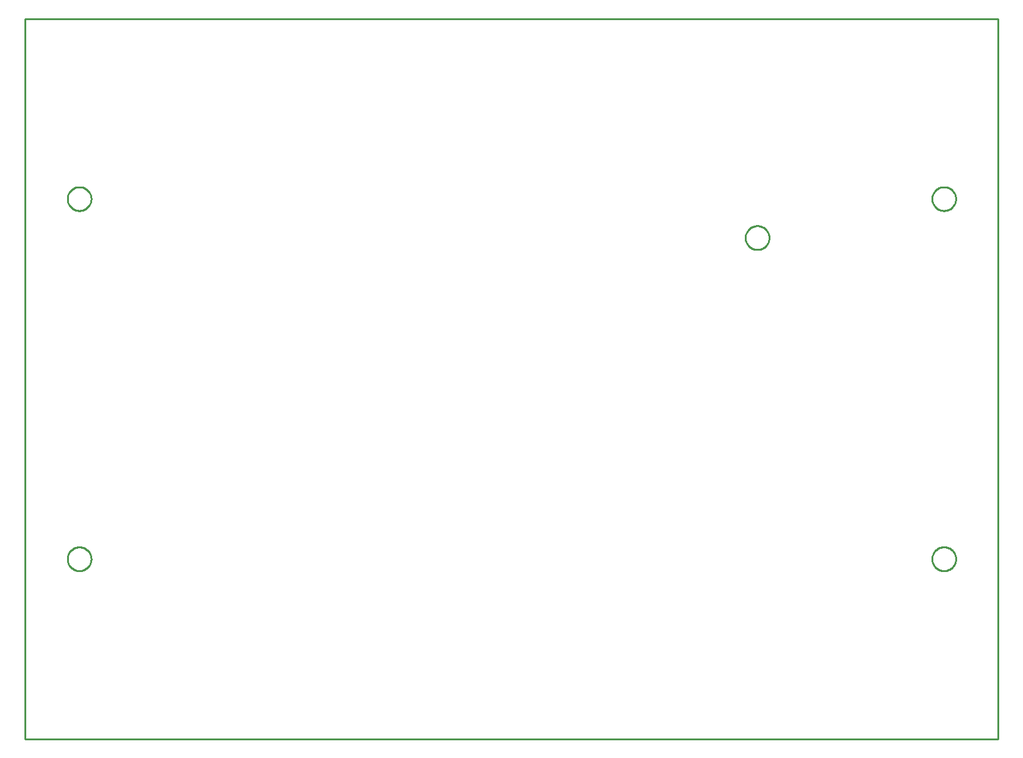
<source format=gbr>
G04 EAGLE Gerber RS-274X export*
G75*
%MOMM*%
%FSLAX34Y34*%
%LPD*%
%IN*%
%IPPOS*%
%AMOC8*
5,1,8,0,0,1.08239X$1,22.5*%
G01*
%ADD10C,0.254000*%


D10*
X0Y0D02*
X1350000Y0D01*
X1350000Y1000000D01*
X0Y1000000D01*
X0Y0D01*
X1291500Y749460D02*
X1291429Y748382D01*
X1291288Y747311D01*
X1291078Y746251D01*
X1290798Y745208D01*
X1290451Y744185D01*
X1290037Y743187D01*
X1289560Y742218D01*
X1289019Y741282D01*
X1288419Y740384D01*
X1287762Y739527D01*
X1287049Y738715D01*
X1286285Y737951D01*
X1285473Y737239D01*
X1284616Y736581D01*
X1283718Y735981D01*
X1282782Y735441D01*
X1281813Y734963D01*
X1280815Y734549D01*
X1279792Y734202D01*
X1278749Y733922D01*
X1277689Y733712D01*
X1276618Y733571D01*
X1275540Y733500D01*
X1274460Y733500D01*
X1273382Y733571D01*
X1272311Y733712D01*
X1271251Y733922D01*
X1270208Y734202D01*
X1269185Y734549D01*
X1268187Y734963D01*
X1267218Y735441D01*
X1266282Y735981D01*
X1265384Y736581D01*
X1264527Y737239D01*
X1263715Y737951D01*
X1262951Y738715D01*
X1262239Y739527D01*
X1261581Y740384D01*
X1260981Y741282D01*
X1260441Y742218D01*
X1259963Y743187D01*
X1259549Y744185D01*
X1259202Y745208D01*
X1258922Y746251D01*
X1258712Y747311D01*
X1258571Y748382D01*
X1258500Y749460D01*
X1258500Y750540D01*
X1258571Y751618D01*
X1258712Y752689D01*
X1258922Y753749D01*
X1259202Y754792D01*
X1259549Y755815D01*
X1259963Y756813D01*
X1260441Y757782D01*
X1260981Y758718D01*
X1261581Y759616D01*
X1262239Y760473D01*
X1262951Y761285D01*
X1263715Y762049D01*
X1264527Y762762D01*
X1265384Y763419D01*
X1266282Y764019D01*
X1267218Y764560D01*
X1268187Y765037D01*
X1269185Y765451D01*
X1270208Y765798D01*
X1271251Y766078D01*
X1272311Y766288D01*
X1273382Y766429D01*
X1274460Y766500D01*
X1275540Y766500D01*
X1276618Y766429D01*
X1277689Y766288D01*
X1278749Y766078D01*
X1279792Y765798D01*
X1280815Y765451D01*
X1281813Y765037D01*
X1282782Y764560D01*
X1283718Y764019D01*
X1284616Y763419D01*
X1285473Y762762D01*
X1286285Y762049D01*
X1287049Y761285D01*
X1287762Y760473D01*
X1288419Y759616D01*
X1289019Y758718D01*
X1289560Y757782D01*
X1290037Y756813D01*
X1290451Y755815D01*
X1290798Y754792D01*
X1291078Y753749D01*
X1291288Y752689D01*
X1291429Y751618D01*
X1291500Y750540D01*
X1291500Y749460D01*
X91500Y249460D02*
X91429Y248382D01*
X91288Y247311D01*
X91078Y246251D01*
X90798Y245208D01*
X90451Y244185D01*
X90037Y243187D01*
X89560Y242218D01*
X89019Y241282D01*
X88419Y240384D01*
X87762Y239527D01*
X87049Y238715D01*
X86285Y237951D01*
X85473Y237239D01*
X84616Y236581D01*
X83718Y235981D01*
X82782Y235441D01*
X81813Y234963D01*
X80815Y234549D01*
X79792Y234202D01*
X78749Y233922D01*
X77689Y233712D01*
X76618Y233571D01*
X75540Y233500D01*
X74460Y233500D01*
X73382Y233571D01*
X72311Y233712D01*
X71251Y233922D01*
X70208Y234202D01*
X69185Y234549D01*
X68187Y234963D01*
X67218Y235441D01*
X66282Y235981D01*
X65384Y236581D01*
X64527Y237239D01*
X63715Y237951D01*
X62951Y238715D01*
X62239Y239527D01*
X61581Y240384D01*
X60981Y241282D01*
X60441Y242218D01*
X59963Y243187D01*
X59549Y244185D01*
X59202Y245208D01*
X58922Y246251D01*
X58712Y247311D01*
X58571Y248382D01*
X58500Y249460D01*
X58500Y250540D01*
X58571Y251618D01*
X58712Y252689D01*
X58922Y253749D01*
X59202Y254792D01*
X59549Y255815D01*
X59963Y256813D01*
X60441Y257782D01*
X60981Y258718D01*
X61581Y259616D01*
X62239Y260473D01*
X62951Y261285D01*
X63715Y262049D01*
X64527Y262762D01*
X65384Y263419D01*
X66282Y264019D01*
X67218Y264560D01*
X68187Y265037D01*
X69185Y265451D01*
X70208Y265798D01*
X71251Y266078D01*
X72311Y266288D01*
X73382Y266429D01*
X74460Y266500D01*
X75540Y266500D01*
X76618Y266429D01*
X77689Y266288D01*
X78749Y266078D01*
X79792Y265798D01*
X80815Y265451D01*
X81813Y265037D01*
X82782Y264560D01*
X83718Y264019D01*
X84616Y263419D01*
X85473Y262762D01*
X86285Y262049D01*
X87049Y261285D01*
X87762Y260473D01*
X88419Y259616D01*
X89019Y258718D01*
X89560Y257782D01*
X90037Y256813D01*
X90451Y255815D01*
X90798Y254792D01*
X91078Y253749D01*
X91288Y252689D01*
X91429Y251618D01*
X91500Y250540D01*
X91500Y249460D01*
X91500Y749460D02*
X91429Y748382D01*
X91288Y747311D01*
X91078Y746251D01*
X90798Y745208D01*
X90451Y744185D01*
X90037Y743187D01*
X89560Y742218D01*
X89019Y741282D01*
X88419Y740384D01*
X87762Y739527D01*
X87049Y738715D01*
X86285Y737951D01*
X85473Y737239D01*
X84616Y736581D01*
X83718Y735981D01*
X82782Y735441D01*
X81813Y734963D01*
X80815Y734549D01*
X79792Y734202D01*
X78749Y733922D01*
X77689Y733712D01*
X76618Y733571D01*
X75540Y733500D01*
X74460Y733500D01*
X73382Y733571D01*
X72311Y733712D01*
X71251Y733922D01*
X70208Y734202D01*
X69185Y734549D01*
X68187Y734963D01*
X67218Y735441D01*
X66282Y735981D01*
X65384Y736581D01*
X64527Y737239D01*
X63715Y737951D01*
X62951Y738715D01*
X62239Y739527D01*
X61581Y740384D01*
X60981Y741282D01*
X60441Y742218D01*
X59963Y743187D01*
X59549Y744185D01*
X59202Y745208D01*
X58922Y746251D01*
X58712Y747311D01*
X58571Y748382D01*
X58500Y749460D01*
X58500Y750540D01*
X58571Y751618D01*
X58712Y752689D01*
X58922Y753749D01*
X59202Y754792D01*
X59549Y755815D01*
X59963Y756813D01*
X60441Y757782D01*
X60981Y758718D01*
X61581Y759616D01*
X62239Y760473D01*
X62951Y761285D01*
X63715Y762049D01*
X64527Y762762D01*
X65384Y763419D01*
X66282Y764019D01*
X67218Y764560D01*
X68187Y765037D01*
X69185Y765451D01*
X70208Y765798D01*
X71251Y766078D01*
X72311Y766288D01*
X73382Y766429D01*
X74460Y766500D01*
X75540Y766500D01*
X76618Y766429D01*
X77689Y766288D01*
X78749Y766078D01*
X79792Y765798D01*
X80815Y765451D01*
X81813Y765037D01*
X82782Y764560D01*
X83718Y764019D01*
X84616Y763419D01*
X85473Y762762D01*
X86285Y762049D01*
X87049Y761285D01*
X87762Y760473D01*
X88419Y759616D01*
X89019Y758718D01*
X89560Y757782D01*
X90037Y756813D01*
X90451Y755815D01*
X90798Y754792D01*
X91078Y753749D01*
X91288Y752689D01*
X91429Y751618D01*
X91500Y750540D01*
X91500Y749460D01*
X1291500Y249460D02*
X1291429Y248382D01*
X1291288Y247311D01*
X1291078Y246251D01*
X1290798Y245208D01*
X1290451Y244185D01*
X1290037Y243187D01*
X1289560Y242218D01*
X1289019Y241282D01*
X1288419Y240384D01*
X1287762Y239527D01*
X1287049Y238715D01*
X1286285Y237951D01*
X1285473Y237239D01*
X1284616Y236581D01*
X1283718Y235981D01*
X1282782Y235441D01*
X1281813Y234963D01*
X1280815Y234549D01*
X1279792Y234202D01*
X1278749Y233922D01*
X1277689Y233712D01*
X1276618Y233571D01*
X1275540Y233500D01*
X1274460Y233500D01*
X1273382Y233571D01*
X1272311Y233712D01*
X1271251Y233922D01*
X1270208Y234202D01*
X1269185Y234549D01*
X1268187Y234963D01*
X1267218Y235441D01*
X1266282Y235981D01*
X1265384Y236581D01*
X1264527Y237239D01*
X1263715Y237951D01*
X1262951Y238715D01*
X1262239Y239527D01*
X1261581Y240384D01*
X1260981Y241282D01*
X1260441Y242218D01*
X1259963Y243187D01*
X1259549Y244185D01*
X1259202Y245208D01*
X1258922Y246251D01*
X1258712Y247311D01*
X1258571Y248382D01*
X1258500Y249460D01*
X1258500Y250540D01*
X1258571Y251618D01*
X1258712Y252689D01*
X1258922Y253749D01*
X1259202Y254792D01*
X1259549Y255815D01*
X1259963Y256813D01*
X1260441Y257782D01*
X1260981Y258718D01*
X1261581Y259616D01*
X1262239Y260473D01*
X1262951Y261285D01*
X1263715Y262049D01*
X1264527Y262762D01*
X1265384Y263419D01*
X1266282Y264019D01*
X1267218Y264560D01*
X1268187Y265037D01*
X1269185Y265451D01*
X1270208Y265798D01*
X1271251Y266078D01*
X1272311Y266288D01*
X1273382Y266429D01*
X1274460Y266500D01*
X1275540Y266500D01*
X1276618Y266429D01*
X1277689Y266288D01*
X1278749Y266078D01*
X1279792Y265798D01*
X1280815Y265451D01*
X1281813Y265037D01*
X1282782Y264560D01*
X1283718Y264019D01*
X1284616Y263419D01*
X1285473Y262762D01*
X1286285Y262049D01*
X1287049Y261285D01*
X1287762Y260473D01*
X1288419Y259616D01*
X1289019Y258718D01*
X1289560Y257782D01*
X1290037Y256813D01*
X1290451Y255815D01*
X1290798Y254792D01*
X1291078Y253749D01*
X1291288Y252689D01*
X1291429Y251618D01*
X1291500Y250540D01*
X1291500Y249460D01*
X1032510Y695420D02*
X1032439Y694341D01*
X1032298Y693269D01*
X1032087Y692209D01*
X1031808Y691165D01*
X1031460Y690141D01*
X1031046Y689143D01*
X1030568Y688173D01*
X1030028Y687237D01*
X1029427Y686338D01*
X1028769Y685481D01*
X1028057Y684668D01*
X1027292Y683904D01*
X1026479Y683191D01*
X1025622Y682533D01*
X1024723Y681932D01*
X1023787Y681392D01*
X1022817Y680914D01*
X1021819Y680500D01*
X1020795Y680152D01*
X1019751Y679873D01*
X1018691Y679662D01*
X1017619Y679521D01*
X1016540Y679450D01*
X1015460Y679450D01*
X1014381Y679521D01*
X1013309Y679662D01*
X1012249Y679873D01*
X1011205Y680152D01*
X1010181Y680500D01*
X1009183Y680914D01*
X1008213Y681392D01*
X1007277Y681932D01*
X1006378Y682533D01*
X1005521Y683191D01*
X1004708Y683904D01*
X1003944Y684668D01*
X1003231Y685481D01*
X1002573Y686338D01*
X1001972Y687237D01*
X1001432Y688173D01*
X1000954Y689143D01*
X1000540Y690141D01*
X1000192Y691165D01*
X999913Y692209D01*
X999702Y693269D01*
X999561Y694341D01*
X999490Y695420D01*
X999490Y696500D01*
X999561Y697579D01*
X999702Y698651D01*
X999913Y699711D01*
X1000192Y700755D01*
X1000540Y701779D01*
X1000954Y702777D01*
X1001432Y703747D01*
X1001972Y704683D01*
X1002573Y705582D01*
X1003231Y706439D01*
X1003944Y707252D01*
X1004708Y708017D01*
X1005521Y708729D01*
X1006378Y709387D01*
X1007277Y709988D01*
X1008213Y710528D01*
X1009183Y711006D01*
X1010181Y711420D01*
X1011205Y711768D01*
X1012249Y712047D01*
X1013309Y712258D01*
X1014381Y712399D01*
X1015460Y712470D01*
X1016540Y712470D01*
X1017619Y712399D01*
X1018691Y712258D01*
X1019751Y712047D01*
X1020795Y711768D01*
X1021819Y711420D01*
X1022817Y711006D01*
X1023787Y710528D01*
X1024723Y709988D01*
X1025622Y709387D01*
X1026479Y708729D01*
X1027292Y708017D01*
X1028057Y707252D01*
X1028769Y706439D01*
X1029427Y705582D01*
X1030028Y704683D01*
X1030568Y703747D01*
X1031046Y702777D01*
X1031460Y701779D01*
X1031808Y700755D01*
X1032087Y699711D01*
X1032298Y698651D01*
X1032439Y697579D01*
X1032510Y696500D01*
X1032510Y695420D01*
M02*

</source>
